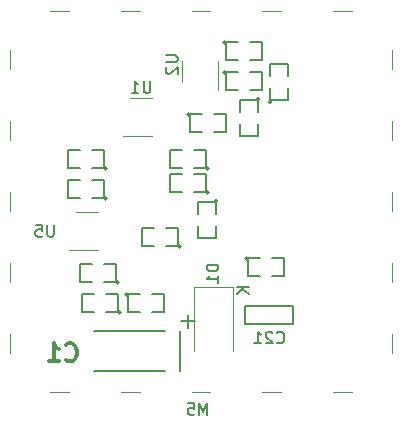
<source format=gbr>
%TF.GenerationSoftware,KiCad,Pcbnew,6.0.4-6f826c9f35~116~ubuntu20.04.1*%
%TF.CreationDate,2022-04-06T13:00:48+00:00*%
%TF.ProjectId,PCRD06A,50435244-3036-4412-9e6b-696361645f70,REV*%
%TF.SameCoordinates,Original*%
%TF.FileFunction,Legend,Bot*%
%TF.FilePolarity,Positive*%
%FSLAX46Y46*%
G04 Gerber Fmt 4.6, Leading zero omitted, Abs format (unit mm)*
G04 Created by KiCad (PCBNEW 6.0.4-6f826c9f35~116~ubuntu20.04.1) date 2022-04-06 13:00:48*
%MOMM*%
%LPD*%
G01*
G04 APERTURE LIST*
%ADD10C,0.150000*%
%ADD11C,0.304800*%
%ADD12C,0.120000*%
G04 APERTURE END LIST*
D10*
%TO.C,U2*%
X22412380Y33181904D02*
X23221904Y33181904D01*
X23317142Y33134285D01*
X23364761Y33086666D01*
X23412380Y32991428D01*
X23412380Y32800952D01*
X23364761Y32705714D01*
X23317142Y32658095D01*
X23221904Y32610476D01*
X22412380Y32610476D01*
X22507619Y32181904D02*
X22460000Y32134285D01*
X22412380Y32039047D01*
X22412380Y31800952D01*
X22460000Y31705714D01*
X22507619Y31658095D01*
X22602857Y31610476D01*
X22698095Y31610476D01*
X22840952Y31658095D01*
X23412380Y32229523D01*
X23412380Y31610476D01*
D11*
%TO.C,C1*%
X13944000Y7425714D02*
X14016571Y7353142D01*
X14234285Y7280571D01*
X14379428Y7280571D01*
X14597142Y7353142D01*
X14742285Y7498285D01*
X14814857Y7643428D01*
X14887428Y7933714D01*
X14887428Y8151428D01*
X14814857Y8441714D01*
X14742285Y8586857D01*
X14597142Y8732000D01*
X14379428Y8804571D01*
X14234285Y8804571D01*
X14016571Y8732000D01*
X13944000Y8659428D01*
X12492571Y7280571D02*
X13363428Y7280571D01*
X12928000Y7280571D02*
X12928000Y8804571D01*
X13073142Y8586857D01*
X13218285Y8441714D01*
X13363428Y8369142D01*
D10*
%TO.C,D1*%
X26868380Y15470095D02*
X25868380Y15470095D01*
X25868380Y15232000D01*
X25916000Y15089142D01*
X26011238Y14993904D01*
X26106476Y14946285D01*
X26296952Y14898666D01*
X26439809Y14898666D01*
X26630285Y14946285D01*
X26725523Y14993904D01*
X26820761Y15089142D01*
X26868380Y15232000D01*
X26868380Y15470095D01*
X26868380Y13946285D02*
X26868380Y14517714D01*
X26868380Y14232000D02*
X25868380Y14232000D01*
X26011238Y14327238D01*
X26106476Y14422476D01*
X26154095Y14517714D01*
X29433780Y13546104D02*
X28433780Y13546104D01*
X29433780Y12974676D02*
X28862352Y13403247D01*
X28433780Y12974676D02*
X29005209Y13546104D01*
%TO.C,C21*%
X31812857Y8902857D02*
X31860476Y8855238D01*
X32003333Y8807619D01*
X32098571Y8807619D01*
X32241428Y8855238D01*
X32336666Y8950476D01*
X32384285Y9045714D01*
X32431904Y9236190D01*
X32431904Y9379047D01*
X32384285Y9569523D01*
X32336666Y9664761D01*
X32241428Y9760000D01*
X32098571Y9807619D01*
X32003333Y9807619D01*
X31860476Y9760000D01*
X31812857Y9712380D01*
X31431904Y9712380D02*
X31384285Y9760000D01*
X31289047Y9807619D01*
X31050952Y9807619D01*
X30955714Y9760000D01*
X30908095Y9712380D01*
X30860476Y9617142D01*
X30860476Y9521904D01*
X30908095Y9379047D01*
X31479523Y8807619D01*
X30860476Y8807619D01*
X29908095Y8807619D02*
X30479523Y8807619D01*
X30193809Y8807619D02*
X30193809Y9807619D01*
X30289047Y9664761D01*
X30384285Y9569523D01*
X30479523Y9521904D01*
%TO.C,M5*%
X25929523Y2747619D02*
X25929523Y3747619D01*
X25596190Y3033333D01*
X25262857Y3747619D01*
X25262857Y2747619D01*
X24310476Y3747619D02*
X24786666Y3747619D01*
X24834285Y3271428D01*
X24786666Y3319047D01*
X24691428Y3366666D01*
X24453333Y3366666D01*
X24358095Y3319047D01*
X24310476Y3271428D01*
X24262857Y3176190D01*
X24262857Y2938095D01*
X24310476Y2842857D01*
X24358095Y2795238D01*
X24453333Y2747619D01*
X24691428Y2747619D01*
X24786666Y2795238D01*
X24834285Y2842857D01*
%TO.C,U5*%
X12951904Y18837619D02*
X12951904Y18028095D01*
X12904285Y17932857D01*
X12856666Y17885238D01*
X12761428Y17837619D01*
X12570952Y17837619D01*
X12475714Y17885238D01*
X12428095Y17932857D01*
X12380476Y18028095D01*
X12380476Y18837619D01*
X11428095Y18837619D02*
X11904285Y18837619D01*
X11951904Y18361428D01*
X11904285Y18409047D01*
X11809047Y18456666D01*
X11570952Y18456666D01*
X11475714Y18409047D01*
X11428095Y18361428D01*
X11380476Y18266190D01*
X11380476Y18028095D01*
X11428095Y17932857D01*
X11475714Y17885238D01*
X11570952Y17837619D01*
X11809047Y17837619D01*
X11904285Y17885238D01*
X11951904Y17932857D01*
%TO.C,U1*%
X21101904Y31037619D02*
X21101904Y30228095D01*
X21054285Y30132857D01*
X21006666Y30085238D01*
X20911428Y30037619D01*
X20720952Y30037619D01*
X20625714Y30085238D01*
X20578095Y30132857D01*
X20530476Y30228095D01*
X20530476Y31037619D01*
X19530476Y30037619D02*
X20101904Y30037619D01*
X19816190Y30037619D02*
X19816190Y31037619D01*
X19911428Y30894761D01*
X20006666Y30799523D01*
X20101904Y30751904D01*
%TO.C,C2*%
X16192500Y21082000D02*
X17208500Y21082000D01*
X14160500Y22606000D02*
X14160500Y21082000D01*
X15176500Y22606000D02*
X14160500Y22606000D01*
X17208500Y21082000D02*
X17208500Y22606000D01*
X17208500Y22606000D02*
X16192500Y22606000D01*
X14160500Y21082000D02*
X15176500Y21082000D01*
X17462500Y21082000D02*
G75*
G03*
X17462500Y21082000I-127000J0D01*
G01*
D12*
%TO.C,U2*%
X26844000Y32698000D02*
X26844000Y30268000D01*
X23774000Y30938000D02*
X23774000Y32698000D01*
D10*
%TO.C,C1*%
X23619460Y9827260D02*
X23619460Y6428740D01*
X16342360Y9829800D02*
X22341840Y9829800D01*
X24320500Y11181080D02*
X24320500Y10081260D01*
X24919940Y10680700D02*
X23721060Y10680700D01*
X23637240Y9829800D02*
X23637240Y6431280D01*
X16319500Y6428740D02*
X22318980Y6428740D01*
%TO.C,C4*%
X30416500Y16002000D02*
X29400500Y16002000D01*
X32448500Y16002000D02*
X31432500Y16002000D01*
X29400500Y16002000D02*
X29400500Y14478000D01*
X32448500Y14478000D02*
X32448500Y16002000D01*
X29400500Y14478000D02*
X30416500Y14478000D01*
X31432500Y14478000D02*
X32448500Y14478000D01*
X29400500Y16002000D02*
G75*
G03*
X29400500Y16002000I-127000J0D01*
G01*
%TO.C,C7*%
X29527500Y30226000D02*
X30543500Y30226000D01*
X30543500Y30226000D02*
X30543500Y31750000D01*
X27495500Y31750000D02*
X27495500Y30226000D01*
X27495500Y30226000D02*
X28511500Y30226000D01*
X28511500Y31750000D02*
X27495500Y31750000D01*
X30543500Y31750000D02*
X29527500Y31750000D01*
X27495500Y31750000D02*
G75*
G03*
X27495500Y31750000I-127000J0D01*
G01*
%TO.C,C8*%
X23812500Y23114000D02*
X22796500Y23114000D01*
X25844500Y21590000D02*
X25844500Y23114000D01*
X25844500Y23114000D02*
X24828500Y23114000D01*
X24828500Y21590000D02*
X25844500Y21590000D01*
X22796500Y21590000D02*
X23812500Y21590000D01*
X22796500Y23114000D02*
X22796500Y21590000D01*
X26098500Y21590000D02*
G75*
G03*
X26098500Y21590000I-127000J0D01*
G01*
%TO.C,C9*%
X17335500Y11430000D02*
X18351500Y11430000D01*
X18351500Y11430000D02*
X18351500Y12954000D01*
X15303500Y12954000D02*
X15303500Y11430000D01*
X18351500Y12954000D02*
X17335500Y12954000D01*
X16319500Y12954000D02*
X15303500Y12954000D01*
X15303500Y11430000D02*
X16319500Y11430000D01*
X18605500Y11430000D02*
G75*
G03*
X18605500Y11430000I-127000J0D01*
G01*
%TO.C,C12*%
X27495500Y34290000D02*
X27495500Y32766000D01*
X28511500Y34290000D02*
X27495500Y34290000D01*
X27495500Y32766000D02*
X28511500Y32766000D01*
X30543500Y32766000D02*
X30543500Y34290000D01*
X29527500Y32766000D02*
X30543500Y32766000D01*
X30543500Y34290000D02*
X29527500Y34290000D01*
X27495500Y34290000D02*
G75*
G03*
X27495500Y34290000I-127000J0D01*
G01*
%TO.C,C13*%
X25844500Y23622000D02*
X25844500Y25146000D01*
X22796500Y25146000D02*
X22796500Y23622000D01*
X23812500Y25146000D02*
X22796500Y25146000D01*
X22796500Y23622000D02*
X23812500Y23622000D01*
X24828500Y23622000D02*
X25844500Y23622000D01*
X25844500Y25146000D02*
X24828500Y25146000D01*
X26098500Y23622000D02*
G75*
G03*
X26098500Y23622000I-127000J0D01*
G01*
%TO.C,C14*%
X15176500Y13970000D02*
X16192500Y13970000D01*
X18224500Y15494000D02*
X17208500Y15494000D01*
X16192500Y15494000D02*
X15176500Y15494000D01*
X15176500Y15494000D02*
X15176500Y13970000D01*
X18224500Y13970000D02*
X18224500Y15494000D01*
X17208500Y13970000D02*
X18224500Y13970000D01*
X18478500Y13970000D02*
G75*
G03*
X18478500Y13970000I-127000J0D01*
G01*
%TO.C,C19*%
X25463500Y28194000D02*
X24447500Y28194000D01*
X27495500Y28194000D02*
X26479500Y28194000D01*
X24447500Y28194000D02*
X24447500Y26670000D01*
X24447500Y26670000D02*
X25463500Y26670000D01*
X27495500Y26670000D02*
X27495500Y28194000D01*
X26479500Y26670000D02*
X27495500Y26670000D01*
X24447500Y28194000D02*
G75*
G03*
X24447500Y28194000I-127000J0D01*
G01*
D12*
%TO.C,D1*%
X24766000Y13560000D02*
X28066000Y13560000D01*
X24766000Y13560000D02*
X24766000Y8160000D01*
X28066000Y13560000D02*
X28066000Y8160000D01*
D10*
%TO.C,R1*%
X31242000Y29400500D02*
X32766000Y29400500D01*
X32766000Y32448500D02*
X31242000Y32448500D01*
X32766000Y29400500D02*
X32766000Y30416500D01*
X31242000Y30416500D02*
X31242000Y29400500D01*
X32766000Y31432500D02*
X32766000Y32448500D01*
X31242000Y32448500D02*
X31242000Y31432500D01*
X31369000Y29273500D02*
G75*
G03*
X31369000Y29273500I-127000J0D01*
G01*
%TO.C,R3*%
X30226000Y26352500D02*
X30226000Y27368500D01*
X30226000Y29400500D02*
X28702000Y29400500D01*
X28702000Y26352500D02*
X30226000Y26352500D01*
X28702000Y27368500D02*
X28702000Y26352500D01*
X28702000Y29400500D02*
X28702000Y28384500D01*
X30226000Y28384500D02*
X30226000Y29400500D01*
X30353000Y29527500D02*
G75*
G03*
X30353000Y29527500I-127000J0D01*
G01*
%TO.C,R4*%
X25146000Y20764500D02*
X25146000Y19748500D01*
X25146000Y17716500D02*
X26670000Y17716500D01*
X26670000Y19748500D02*
X26670000Y20764500D01*
X25146000Y18732500D02*
X25146000Y17716500D01*
X26670000Y17716500D02*
X26670000Y18732500D01*
X26670000Y20764500D02*
X25146000Y20764500D01*
X26797000Y20891500D02*
G75*
G03*
X26797000Y20891500I-127000J0D01*
G01*
%TO.C,R5*%
X22288500Y12954000D02*
X21272500Y12954000D01*
X19240500Y11430000D02*
X20256500Y11430000D01*
X19240500Y12954000D02*
X19240500Y11430000D01*
X22288500Y11430000D02*
X22288500Y12954000D01*
X20256500Y12954000D02*
X19240500Y12954000D01*
X21272500Y11430000D02*
X22288500Y11430000D01*
X19240500Y12954000D02*
G75*
G03*
X19240500Y12954000I-127000J0D01*
G01*
%TO.C,R12*%
X17208500Y23622000D02*
X17208500Y25146000D01*
X14160500Y25146000D02*
X14160500Y23622000D01*
X17208500Y25146000D02*
X16192500Y25146000D01*
X14160500Y23622000D02*
X15176500Y23622000D01*
X16192500Y23622000D02*
X17208500Y23622000D01*
X15176500Y25146000D02*
X14160500Y25146000D01*
X17462500Y23622000D02*
G75*
G03*
X17462500Y23622000I-127000J0D01*
G01*
%TO.C,R13*%
X22415500Y17018000D02*
X23431500Y17018000D01*
X21399500Y18542000D02*
X20383500Y18542000D01*
X23431500Y18542000D02*
X22415500Y18542000D01*
X23431500Y17018000D02*
X23431500Y18542000D01*
X20383500Y17018000D02*
X21399500Y17018000D01*
X20383500Y18542000D02*
X20383500Y17018000D01*
X23685500Y17018000D02*
G75*
G03*
X23685500Y17018000I-127000J0D01*
G01*
%TO.C,C21*%
X33194000Y11938000D02*
X29130000Y11938000D01*
X29130000Y10414000D02*
X33194000Y10414000D01*
X29130000Y11938000D02*
X29130000Y10414000D01*
X29130000Y10414000D02*
X29130000Y10541000D01*
X33194000Y10414000D02*
X33194000Y11938000D01*
D12*
%TO.C,M5*%
X9250000Y8028000D02*
X9250000Y9628000D01*
X41550000Y14028000D02*
X41550000Y15628000D01*
X12600000Y4678000D02*
X14200000Y4678000D01*
X9250000Y32028000D02*
X9250000Y33628000D01*
X41550000Y8028000D02*
X41550000Y9628000D01*
X9250000Y14028000D02*
X9250000Y15628000D01*
X41550000Y20028000D02*
X41550000Y21628000D01*
X41550000Y32028000D02*
X41550000Y33628000D01*
X36600000Y4678000D02*
X38200000Y4678000D01*
X30600000Y4678000D02*
X32200000Y4678000D01*
X12600000Y36978000D02*
X14200000Y36978000D01*
X24600000Y36978000D02*
X26200000Y36978000D01*
X30600000Y36978000D02*
X32200000Y36978000D01*
X9250000Y20028000D02*
X9250000Y21628000D01*
X36600000Y36978000D02*
X38200000Y36978000D01*
X18600000Y36978000D02*
X20200000Y36978000D01*
X41550000Y26028000D02*
X41550000Y27628000D01*
X18600000Y4678000D02*
X20200000Y4678000D01*
X24600000Y4678000D02*
X26200000Y4678000D01*
X9250000Y26028000D02*
X9250000Y27628000D01*
%TO.C,U5*%
X14848000Y19898000D02*
X16648000Y19898000D01*
X16648000Y16678000D02*
X14198000Y16678000D01*
%TO.C,U1*%
X21220000Y26330000D02*
X18770000Y26330000D01*
X19420000Y29550000D02*
X21220000Y29550000D01*
%TD*%
M02*

</source>
